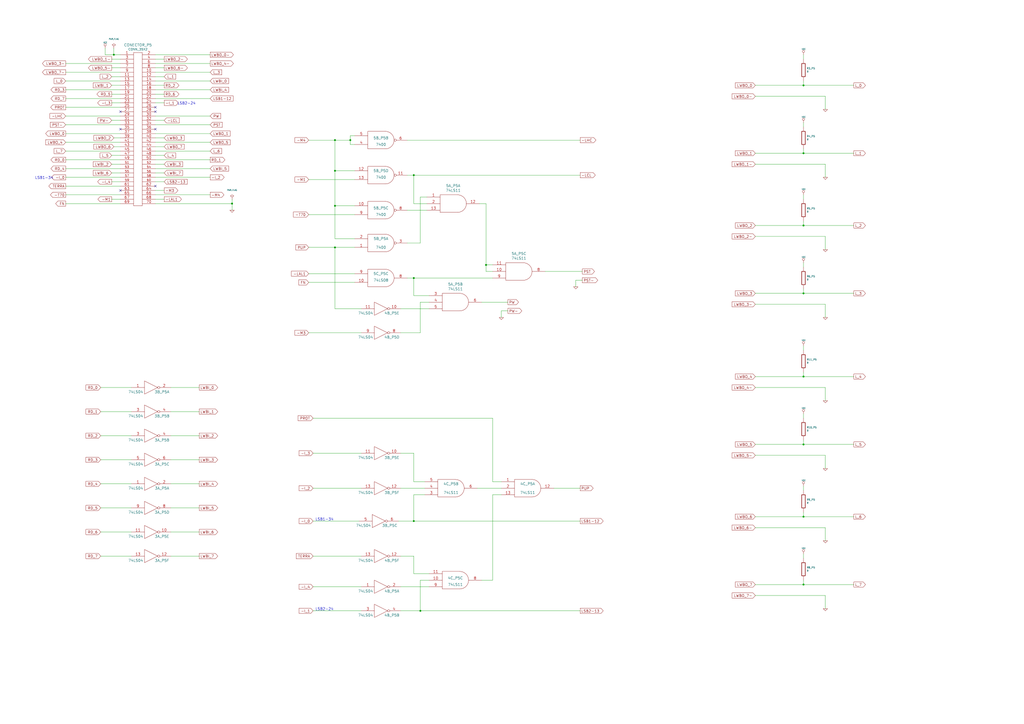
<source format=kicad_sch>
(kicad_sch (version 20250114) (generator "eeschema") (generator_version "9.0")
  (paper "A2")
  (title_block (date "2 aug 2016"))
  (text "LSB2-24" (at 102.87 60.96 0) (effects (font (size 1.524 1.524)) (justify left bottom)))
  (text "LSB1-34" (at 182.88 302.26 0) (effects (font (size 1.524 1.524)) (justify left bottom)))
  (text "LSB1-34" (at 20.32 104.14 0) (effects (font (size 1.524 1.524)) (justify left bottom)))
  (text "LSB2-24" (at 182.88 354.33 0) (effects (font (size 1.524 1.524)) (justify left bottom)))
  (junction (at 466.09 339.09))
  (junction (at 243.84 354.33))
  (junction (at 466.09 130.81))
  (junction (at 281.94 153.67))
  (junction (at 466.09 257.81))
  (junction (at 466.09 170.18))
  (junction (at 240.03 101.6))
  (junction (at 66.04 31.75))
  (junction (at 194.31 119.38))
  (junction (at 466.09 299.72))
  (junction (at 466.09 218.44))
  (junction (at 466.09 49.53))
  (junction (at 203.2 81.28))
  (junction (at 194.31 81.28))
  (junction (at 240.03 161.29))
  (junction (at 240.03 302.26))
  (junction (at 194.31 143.51))
  (junction (at 466.09 88.9))
  (junction (at 134.62 118.11))
  (junction (at 194.31 99.06))
  (no_connect (at 69.85 110.49))
  (no_connect (at 69.85 64.77))
  (no_connect (at 90.17 64.77))
  (no_connect (at 90.17 107.95))
  (no_connect (at 90.17 74.93))
  (no_connect (at 90.17 62.23))
  (no_connect (at 69.85 74.93))
  (wire (pts (xy 90.17 82.55) (xy 121.92 82.55)))
  (wire (pts (xy 95.25 69.85) (xy 90.17 69.85)))
  (wire (pts (xy 294.64 175.26) (xy 279.4 175.26)))
  (wire (pts (xy 95.25 115.57) (xy 90.17 115.57)))
  (wire (pts (xy 466.09 281.94) (xy 466.09 284.48)))
  (wire (pts (xy 247.65 121.92) (xy 236.22 121.92)))
  (wire (pts (xy 336.55 81.28) (xy 236.22 81.28)))
  (wire (pts (xy 276.86 283.21) (xy 290.83 283.21)))
  (wire (pts (xy 248.92 175.26) (xy 243.84 175.26)))
  (wire (pts (xy 279.4 336.55) (xy 285.75 336.55)))
  (wire (pts (xy 38.1 36.83) (xy 69.85 36.83)))
  (wire (pts (xy 438.15 306.07) (xy 478.79 306.07)))
  (wire (pts (xy 438.15 257.81) (xy 466.09 257.81)))
  (wire (pts (xy 95.25 54.61) (xy 90.17 54.61)))
  (wire (pts (xy 466.09 46.99) (xy 466.09 49.53)))
  (wire (pts (xy 58.42 322.58) (xy 76.2 322.58)))
  (wire (pts (xy 281.94 153.67) (xy 281.94 157.48)))
  (wire (pts (xy 466.09 170.18) (xy 495.3 170.18)))
  (wire (pts (xy 121.92 97.79) (xy 90.17 97.79)))
  (wire (pts (xy 281.94 153.67) (xy 285.75 153.67)))
  (wire (pts (xy 181.61 322.58) (xy 209.55 322.58)))
  (wire (pts (xy 466.09 200.66) (xy 466.09 203.2)))
  (wire (pts (xy 438.15 95.25) (xy 478.79 95.25)))
  (wire (pts (xy 240.03 161.29) (xy 285.75 161.29)))
  (wire (pts (xy 240.03 332.74) (xy 248.92 332.74)))
  (wire (pts (xy 232.41 179.07) (xy 248.92 179.07)))
  (wire (pts (xy 69.85 105.41) (xy 64.77 105.41)))
  (wire (pts (xy 179.07 158.75) (xy 205.74 158.75)))
  (wire (pts (xy 466.09 49.53) (xy 495.3 49.53)))
  (wire (pts (xy 438.15 299.72) (xy 466.09 299.72)))
  (wire (pts (xy 58.42 252.73) (xy 76.2 252.73)))
  (wire (pts (xy 134.62 118.11) (xy 134.62 121.92)))
  (wire (pts (xy 243.84 354.33) (xy 336.55 354.33)))
  (wire (pts (xy 121.92 72.39) (xy 90.17 72.39)))
  (wire (pts (xy 66.04 85.09) (xy 69.85 85.09)))
  (wire (pts (xy 438.15 339.09) (xy 466.09 339.09)))
  (wire (pts (xy 290.83 180.34) (xy 290.83 184.15)))
  (wire (pts (xy 38.1 92.71) (xy 69.85 92.71)))
  (wire (pts (xy 99.06 322.58) (xy 115.57 322.58)))
  (wire (pts (xy 121.92 87.63) (xy 90.17 87.63)))
  (wire (pts (xy 478.79 176.53) (xy 478.79 184.15)))
  (wire (pts (xy 203.2 83.82) (xy 205.74 83.82)))
  (wire (pts (xy 179.07 81.28) (xy 194.31 81.28)))
  (wire (pts (xy 334.01 162.56) (xy 334.01 166.37)))
  (wire (pts (xy 278.13 118.11) (xy 281.94 118.11)))
  (wire (pts (xy 466.09 336.55) (xy 466.09 339.09)))
  (wire (pts (xy 181.61 340.36) (xy 209.55 340.36)))
  (wire (pts (xy 466.09 297.18) (xy 466.09 299.72)))
  (wire (pts (xy 203.2 78.74) (xy 203.2 81.28)))
  (wire (pts (xy 181.61 283.21) (xy 209.55 283.21)))
  (wire (pts (xy 236.22 161.29) (xy 240.03 161.29)))
  (wire (pts (xy 99.06 238.76) (xy 115.57 238.76)))
  (wire (pts (xy 90.17 118.11) (xy 134.62 118.11)))
  (wire (pts (xy 64.77 90.17) (xy 69.85 90.17)))
  (wire (pts (xy 236.22 101.6) (xy 240.03 101.6)))
  (wire (pts (xy 232.41 322.58) (xy 240.03 322.58)))
  (wire (pts (xy 247.65 118.11) (xy 240.03 118.11)))
  (wire (pts (xy 99.06 280.67) (xy 115.57 280.67)))
  (wire (pts (xy 64.77 44.45) (xy 69.85 44.45)))
  (wire (pts (xy 466.09 167.64) (xy 466.09 170.18)))
  (wire (pts (xy 95.25 39.37) (xy 90.17 39.37)))
  (wire (pts (xy 466.09 255.27) (xy 466.09 257.81)))
  (wire (pts (xy 246.38 283.21) (xy 232.41 283.21)))
  (wire (pts (xy 58.42 308.61) (xy 76.2 308.61)))
  (wire (pts (xy 95.25 95.25) (xy 90.17 95.25)))
  (wire (pts (xy 243.84 193.04) (xy 232.41 193.04)))
  (wire (pts (xy 466.09 88.9) (xy 495.3 88.9)))
  (wire (pts (xy 179.07 124.46) (xy 205.74 124.46)))
  (wire (pts (xy 121.92 67.31) (xy 90.17 67.31)))
  (wire (pts (xy 438.15 218.44) (xy 466.09 218.44)))
  (wire (pts (xy 337.82 157.48) (xy 316.23 157.48)))
  (wire (pts (xy 285.75 279.4) (xy 290.83 279.4)))
  (wire (pts (xy 240.03 101.6) (xy 336.55 101.6)))
  (wire (pts (xy 478.79 137.16) (xy 478.79 144.78)))
  (wire (pts (xy 438.15 55.88) (xy 478.79 55.88)))
  (wire (pts (xy 478.79 264.16) (xy 478.79 271.78)))
  (wire (pts (xy 95.25 34.29) (xy 90.17 34.29)))
  (wire (pts (xy 179.07 163.83) (xy 205.74 163.83)))
  (wire (pts (xy 194.31 143.51) (xy 205.74 143.51)))
  (wire (pts (xy 66.04 31.75) (xy 69.85 31.75)))
  (wire (pts (xy 466.09 218.44) (xy 495.3 218.44)))
  (wire (pts (xy 248.92 336.55) (xy 243.84 336.55)))
  (wire (pts (xy 121.92 102.87) (xy 90.17 102.87)))
  (wire (pts (xy 121.92 57.15) (xy 90.17 57.15)))
  (wire (pts (xy 438.15 224.79) (xy 478.79 224.79)))
  (wire (pts (xy 438.15 176.53) (xy 478.79 176.53)))
  (wire (pts (xy 194.31 99.06) (xy 194.31 119.38)))
  (wire (pts (xy 243.84 175.26) (xy 243.84 193.04)))
  (wire (pts (xy 121.92 113.03) (xy 90.17 113.03)))
  (wire (pts (xy 194.31 81.28) (xy 203.2 81.28)))
  (wire (pts (xy 194.31 138.43) (xy 205.74 138.43)))
  (wire (pts (xy 466.09 86.36) (xy 466.09 88.9)))
  (wire (pts (xy 38.1 52.07) (xy 69.85 52.07)))
  (wire (pts (xy 179.07 143.51) (xy 194.31 143.51)))
  (wire (pts (xy 121.92 31.75) (xy 90.17 31.75)))
  (wire (pts (xy 466.09 152.4) (xy 466.09 154.94)))
  (wire (pts (xy 38.1 97.79) (xy 69.85 97.79)))
  (wire (pts (xy 466.09 240.03) (xy 466.09 242.57)))
  (wire (pts (xy 466.09 113.03) (xy 466.09 115.57)))
  (wire (pts (xy 38.1 87.63) (xy 69.85 87.63)))
  (wire (pts (xy 281.94 157.48) (xy 285.75 157.48)))
  (wire (pts (xy 466.09 215.9) (xy 466.09 218.44)))
  (wire (pts (xy 99.06 308.61) (xy 115.57 308.61)))
  (wire (pts (xy 64.77 95.25) (xy 69.85 95.25)))
  (wire (pts (xy 478.79 55.88) (xy 478.79 63.5)))
  (wire (pts (xy 64.77 34.29) (xy 69.85 34.29)))
  (wire (pts (xy 38.1 118.11) (xy 69.85 118.11)))
  (wire (pts (xy 58.42 280.67) (xy 76.2 280.67)))
  (wire (pts (xy 466.09 257.81) (xy 495.3 257.81)))
  (wire (pts (xy 69.85 100.33) (xy 64.77 100.33)))
  (wire (pts (xy 38.1 41.91) (xy 69.85 41.91)))
  (wire (pts (xy 90.17 77.47) (xy 121.92 77.47)))
  (wire (pts (xy 466.09 31.75) (xy 466.09 34.29)))
  (wire (pts (xy 232.41 354.33) (xy 243.84 354.33)))
  (wire (pts (xy 243.84 336.55) (xy 243.84 354.33)))
  (wire (pts (xy 58.42 294.64) (xy 76.2 294.64)))
  (wire (pts (xy 438.15 137.16) (xy 478.79 137.16)))
  (wire (pts (xy 181.61 302.26) (xy 208.28 302.26)))
  (wire (pts (xy 240.03 322.58) (xy 240.03 332.74)))
  (wire (pts (xy 294.64 180.34) (xy 290.83 180.34)))
  (wire (pts (xy 38.1 107.95) (xy 69.85 107.95)))
  (wire (pts (xy 121.92 36.83) (xy 90.17 36.83)))
  (wire (pts (xy 438.15 88.9) (xy 466.09 88.9)))
  (wire (pts (xy 66.04 80.01) (xy 69.85 80.01)))
  (wire (pts (xy 194.31 179.07) (xy 194.31 143.51)))
  (wire (pts (xy 64.77 59.69) (xy 69.85 59.69)))
  (wire (pts (xy 466.09 71.12) (xy 466.09 73.66)))
  (wire (pts (xy 194.31 99.06) (xy 205.74 99.06)))
  (wire (pts (xy 95.25 90.17) (xy 90.17 90.17)))
  (wire (pts (xy 99.06 266.7) (xy 115.57 266.7)))
  (wire (pts (xy 134.62 115.57) (xy 134.62 118.11)))
  (wire (pts (xy 38.1 62.23) (xy 69.85 62.23)))
  (wire (pts (xy 99.06 224.79) (xy 115.57 224.79)))
  (wire (pts (xy 38.1 113.03) (xy 69.85 113.03)))
  (wire (pts (xy 478.79 306.07) (xy 478.79 313.69)))
  (wire (pts (xy 438.15 170.18) (xy 466.09 170.18)))
  (wire (pts (xy 95.25 100.33) (xy 90.17 100.33)))
  (wire (pts (xy 194.31 119.38) (xy 194.31 138.43)))
  (wire (pts (xy 38.1 77.47) (xy 69.85 77.47)))
  (wire (pts (xy 438.15 345.44) (xy 478.79 345.44)))
  (wire (pts (xy 58.42 224.79) (xy 76.2 224.79)))
  (wire (pts (xy 121.92 52.07) (xy 90.17 52.07)))
  (wire (pts (xy 69.85 82.55) (xy 38.1 82.55)))
  (wire (pts (xy 478.79 345.44) (xy 478.79 353.06)))
  (wire (pts (xy 90.17 110.49) (xy 95.25 110.49)))
  (wire (pts (xy 194.31 81.28) (xy 194.31 99.06)))
  (wire (pts (xy 466.09 128.27) (xy 466.09 130.81)))
  (wire (pts (xy 243.84 114.3) (xy 247.65 114.3)))
  (wire (pts (xy 38.1 67.31) (xy 69.85 67.31)))
  (wire (pts (xy 38.1 102.87) (xy 69.85 102.87)))
  (wire (pts (xy 246.38 287.02) (xy 240.03 287.02)))
  (wire (pts (xy 240.03 302.26) (xy 336.55 302.26)))
  (wire (pts (xy 99.06 252.73) (xy 115.57 252.73)))
  (wire (pts (xy 240.03 171.45) (xy 248.92 171.45)))
  (wire (pts (xy 478.79 224.79) (xy 478.79 232.41)))
  (wire (pts (xy 181.61 242.57) (xy 285.75 242.57)))
  (wire (pts (xy 58.42 238.76) (xy 76.2 238.76)))
  (wire (pts (xy 466.09 130.81) (xy 495.3 130.81)))
  (wire (pts (xy 281.94 118.11) (xy 281.94 153.67)))
  (wire (pts (xy 99.06 294.64) (xy 115.57 294.64)))
  (wire (pts (xy 438.15 130.81) (xy 466.09 130.81)))
  (wire (pts (xy 181.61 354.33) (xy 209.55 354.33)))
  (wire (pts (xy 466.09 339.09) (xy 495.3 339.09)))
  (wire (pts (xy 438.15 264.16) (xy 478.79 264.16)))
  (wire (pts (xy 236.22 140.97) (xy 243.84 140.97)))
  (wire (pts (xy 58.42 266.7) (xy 76.2 266.7)))
  (wire (pts (xy 285.75 242.57) (xy 285.75 279.4)))
  (wire (pts (xy 179.07 193.04) (xy 209.55 193.04)))
  (wire (pts (xy 95.25 105.41) (xy 90.17 105.41)))
  (wire (pts (xy 95.25 49.53) (xy 90.17 49.53)))
  (wire (pts (xy 121.92 92.71) (xy 90.17 92.71)))
  (wire (pts (xy 60.96 31.75) (xy 66.04 31.75)))
  (wire (pts (xy 209.55 179.07) (xy 194.31 179.07)))
  (wire (pts (xy 64.77 39.37) (xy 69.85 39.37)))
  (wire (pts (xy 232.41 262.89) (xy 240.03 262.89)))
  (wire (pts (xy 240.03 287.02) (xy 240.03 302.26)))
  (wire (pts (xy 179.07 104.14) (xy 205.74 104.14)))
  (wire (pts (xy 181.61 262.89) (xy 209.55 262.89)))
  (wire (pts (xy 240.03 279.4) (xy 246.38 279.4)))
  (wire (pts (xy 64.77 49.53) (xy 69.85 49.53)))
  (wire (pts (xy 66.04 31.75) (xy 66.04 27.94)))
  (wire (pts (xy 60.96 31.75) (xy 60.96 27.94)))
  (wire (pts (xy 337.82 162.56) (xy 334.01 162.56)))
  (wire (pts (xy 95.25 80.01) (xy 90.17 80.01)))
  (wire (pts (xy 231.14 302.26) (xy 240.03 302.26)))
  (wire (pts (xy 243.84 140.97) (xy 243.84 114.3)))
  (wire (pts (xy 64.77 54.61) (xy 69.85 54.61)))
  (wire (pts (xy 64.77 115.57) (xy 69.85 115.57)))
  (wire (pts (xy 64.77 69.85) (xy 69.85 69.85)))
  (wire (pts (xy 285.75 287.02) (xy 290.83 287.02)))
  (wire (pts (xy 285.75 336.55) (xy 285.75 287.02)))
  (wire (pts (xy 205.74 78.74) (xy 203.2 78.74)))
  (wire (pts (xy 438.15 49.53) (xy 466.09 49.53)))
  (wire (pts (xy 240.03 118.11) (xy 240.03 101.6)))
  (wire (pts (xy 240.03 262.89) (xy 240.03 279.4)))
  (wire (pts (xy 121.92 41.91) (xy 90.17 41.91)))
  (wire (pts (xy 466.09 299.72) (xy 495.3 299.72)))
  (wire (pts (xy 466.09 321.31) (xy 466.09 323.85)))
  (wire (pts (xy 232.41 340.36) (xy 248.92 340.36)))
  (wire (pts (xy 38.1 57.15) (xy 69.85 57.15)))
  (wire (pts (xy 38.1 46.99) (xy 69.85 46.99)))
  (wire (pts (xy 203.2 81.28) (xy 203.2 83.82)))
  (wire (pts (xy 121.92 46.99) (xy 90.17 46.99)))
  (wire (pts (xy 95.25 85.09) (xy 90.17 85.09)))
  (wire (pts (xy 240.03 161.29) (xy 240.03 171.45)))
  (wire (pts (xy 336.55 283.21) (xy 321.31 283.21)))
  (wire (pts (xy 194.31 119.38) (xy 205.74 119.38)))
  (wire (pts (xy 95.25 44.45) (xy 90.17 44.45)))
  (wire (pts (xy 38.1 72.39) (xy 69.85 72.39)))
  (wire (pts (xy 478.79 95.25) (xy 478.79 102.87)))
  (wire (pts (xy 95.25 59.69) (xy 90.17 59.69)))
  (global_label "LWBO_4" (shape input) (at 438.15 218.44 180) (effects (font (size 1.524 1.524))) (property "Intersheetrefs" "${INTERSHEET_REFS}" (effects (hide yes))))
  (global_label "LWBI_5" (shape output) (at 115.57 294.64 0) (effects (font (size 1.524 1.524))) (property "Intersheetrefs" "${INTERSHEET_REFS}" (effects (hide yes))))
  (global_label "RD_0" (shape output) (at 38.1 92.71 180) (effects (font (size 1.524 1.524))) (property "Intersheetrefs" "${INTERSHEET_REFS}" (effects (hide yes))))
  (global_label "PROT" (shape output) (at 38.1 62.23 180) (effects (font (size 1.524 1.524))) (property "Intersheetrefs" "${INTERSHEET_REFS}" (effects (hide yes))))
  (global_label "PST-" (shape output) (at 337.82 162.56 0) (effects (font (size 1.524 1.524))) (property "Intersheetrefs" "${INTERSHEET_REFS}" (effects (hide yes))))
  (global_label "LWBO_2-" (shape output) (at 95.25 34.29 0) (effects (font (size 1.524 1.524))) (property "Intersheetrefs" "${INTERSHEET_REFS}" (effects (hide yes))))
  (global_label "L_3" (shape output) (at 495.3 170.18 0) (effects (font (size 1.524 1.524))) (property "Intersheetrefs" "${INTERSHEET_REFS}" (effects (hide yes))))
  (global_label "L_1" (shape input) (at 95.25 44.45 0) (effects (font (size 1.524 1.524))) (property "Intersheetrefs" "${INTERSHEET_REFS}" (effects (hide yes))))
  (global_label "LWBI_2" (shape input) (at 64.77 95.25 180) (effects (font (size 1.524 1.524))) (property "Intersheetrefs" "${INTERSHEET_REFS}" (effects (hide yes))))
  (global_label "-I_2" (shape input) (at 181.61 283.21 180) (effects (font (size 1.524 1.524))) (property "Intersheetrefs" "${INTERSHEET_REFS}" (effects (hide yes))))
  (global_label "L_6" (shape output) (at 495.3 299.72 0) (effects (font (size 1.524 1.524))) (property "Intersheetrefs" "${INTERSHEET_REFS}" (effects (hide yes))))
  (global_label "-M3" (shape output) (at 95.25 110.49 0) (effects (font (size 1.524 1.524))) (property "Intersheetrefs" "${INTERSHEET_REFS}" (effects (hide yes))))
  (global_label "LSB2-13" (shape output) (at 336.55 354.33 0) (effects (font (size 1.524 1.524))) (property "Intersheetrefs" "${INTERSHEET_REFS}" (effects (hide yes))))
  (global_label "PW-" (shape output) (at 294.64 180.34 0) (effects (font (size 1.524 1.524))) (property "Intersheetrefs" "${INTERSHEET_REFS}" (effects (hide yes))))
  (global_label "-M3" (shape input) (at 179.07 193.04 180) (effects (font (size 1.524 1.524))) (property "Intersheetrefs" "${INTERSHEET_REFS}" (effects (hide yes))))
  (global_label "RD_7" (shape input) (at 58.42 322.58 180) (effects (font (size 1.524 1.524))) (property "Intersheetrefs" "${INTERSHEET_REFS}" (effects (hide yes))))
  (global_label "LWBO_2" (shape input) (at 438.15 130.81 180) (effects (font (size 1.524 1.524))) (property "Intersheetrefs" "${INTERSHEET_REFS}" (effects (hide yes))))
  (global_label "RD_4" (shape output) (at 38.1 97.79 180) (effects (font (size 1.524 1.524))) (property "Intersheetrefs" "${INTERSHEET_REFS}" (effects (hide yes))))
  (global_label "-LAL1" (shape output) (at 95.25 115.57 0) (effects (font (size 1.524 1.524))) (property "Intersheetrefs" "${INTERSHEET_REFS}" (effects (hide yes))))
  (global_label "PST" (shape output) (at 337.82 157.48 0) (effects (font (size 1.524 1.524))) (property "Intersheetrefs" "${INTERSHEET_REFS}" (effects (hide yes))))
  (global_label "FN" (shape input) (at 179.07 163.83 180) (effects (font (size 1.524 1.524))) (property "Intersheetrefs" "${INTERSHEET_REFS}" (effects (hide yes))))
  (global_label "-I_2" (shape output) (at 121.92 102.87 0) (effects (font (size 1.524 1.524))) (property "Intersheetrefs" "${INTERSHEET_REFS}" (effects (hide yes))))
  (global_label "PW" (shape output) (at 294.64 175.26 0) (effects (font (size 1.524 1.524))) (property "Intersheetrefs" "${INTERSHEET_REFS}" (effects (hide yes))))
  (global_label "LWBO_0-" (shape output) (at 121.92 31.75 0) (effects (font (size 1.524 1.524))) (property "Intersheetrefs" "${INTERSHEET_REFS}" (effects (hide yes))))
  (global_label "-LHC" (shape input) (at 38.1 67.31 180) (effects (font (size 1.524 1.524))) (property "Intersheetrefs" "${INTERSHEET_REFS}" (effects (hide yes))))
  (global_label "L_2" (shape input) (at 64.77 44.45 180) (effects (font (size 1.524 1.524))) (property "Intersheetrefs" "${INTERSHEET_REFS}" (effects (hide yes))))
  (global_label "LWBO_6" (shape input) (at 66.04 85.09 180) (effects (font (size 1.524 1.524))) (property "Intersheetrefs" "${INTERSHEET_REFS}" (effects (hide yes))))
  (global_label "PW" (shape input) (at 121.92 67.31 0) (effects (font (size 1.524 1.524))) (property "Intersheetrefs" "${INTERSHEET_REFS}" (effects (hide yes))))
  (global_label "L_7" (shape output) (at 495.3 339.09 0) (effects (font (size 1.524 1.524))) (property "Intersheetrefs" "${INTERSHEET_REFS}" (effects (hide yes))))
  (global_label "LWBO_3-" (shape input) (at 438.15 176.53 180) (effects (font (size 1.524 1.524))) (property "Intersheetrefs" "${INTERSHEET_REFS}" (effects (hide yes))))
  (global_label "RD_1" (shape output) (at 121.92 92.71 0) (effects (font (size 1.524 1.524))) (property "Intersheetrefs" "${INTERSHEET_REFS}" (effects (hide yes))))
  (global_label "LWBO_6" (shape input) (at 438.15 299.72 180) (effects (font (size 1.524 1.524))) (property "Intersheetrefs" "${INTERSHEET_REFS}" (effects (hide yes))))
  (global_label "LWBO_5" (shape input) (at 438.15 257.81 180) (effects (font (size 1.524 1.524))) (property "Intersheetrefs" "${INTERSHEET_REFS}" (effects (hide yes))))
  (global_label "L_2" (shape output) (at 495.3 130.81 0) (effects (font (size 1.524 1.524))) (property "Intersheetrefs" "${INTERSHEET_REFS}" (effects (hide yes))))
  (global_label "L_1" (shape output) (at 495.3 88.9 0) (effects (font (size 1.524 1.524))) (property "Intersheetrefs" "${INTERSHEET_REFS}" (effects (hide yes))))
  (global_label "LWBI_7" (shape output) (at 115.57 322.58 0) (effects (font (size 1.524 1.524))) (property "Intersheetrefs" "${INTERSHEET_REFS}" (effects (hide yes))))
  (global_label "L_5" (shape output) (at 495.3 257.81 0) (effects (font (size 1.524 1.524))) (property "Intersheetrefs" "${INTERSHEET_REFS}" (effects (hide yes))))
  (global_label "L_0" (shape output) (at 495.3 49.53 0) (effects (font (size 1.524 1.524))) (property "Intersheetrefs" "${INTERSHEET_REFS}" (effects (hide yes))))
  (global_label "-I_1" (shape input) (at 181.61 354.33 180) (effects (font (size 1.524 1.524))) (property "Intersheetrefs" "${INTERSHEET_REFS}" (effects (hide yes))))
  (global_label "RD_4" (shape input) (at 58.42 280.67 180) (effects (font (size 1.524 1.524))) (property "Intersheetrefs" "${INTERSHEET_REFS}" (effects (hide yes))))
  (global_label "-M4" (shape output) (at 121.92 113.03 0) (effects (font (size 1.524 1.524))) (property "Intersheetrefs" "${INTERSHEET_REFS}" (effects (hide yes))))
  (global_label "-I_0" (shape input) (at 181.61 302.26 180) (effects (font (size 1.524 1.524))) (property "Intersheetrefs" "${INTERSHEET_REFS}" (effects (hide yes))))
  (global_label "LWBO_2" (shape input) (at 66.04 80.01 180) (effects (font (size 1.524 1.524))) (property "Intersheetrefs" "${INTERSHEET_REFS}" (effects (hide yes))))
  (global_label "-I_3" (shape input) (at 181.61 262.89 180) (effects (font (size 1.524 1.524))) (property "Intersheetrefs" "${INTERSHEET_REFS}" (effects (hide yes))))
  (global_label "PST-" (shape input) (at 38.1 72.39 180) (effects (font (size 1.524 1.524))) (property "Intersheetrefs" "${INTERSHEET_REFS}" (effects (hide yes))))
  (global_label "-T70" (shape output) (at 38.1 113.03 180) (effects (font (size 1.524 1.524))) (property "Intersheetrefs" "${INTERSHEET_REFS}" (effects (hide yes))))
  (global_label "-M1" (shape input) (at 179.07 104.14 180) (effects (font (size 1.524 1.524))) (property "Intersheetrefs" "${INTERSHEET_REFS}" (effects (hide yes))))
  (global_label "LWBI_1" (shape output) (at 115.57 238.76 0) (effects (font (size 1.524 1.524))) (property "Intersheetrefs" "${INTERSHEET_REFS}" (effects (hide yes))))
  (global_label "RD_3" (shape output) (at 38.1 52.07 180) (effects (font (size 1.524 1.524))) (property "Intersheetrefs" "${INTERSHEET_REFS}" (effects (hide yes))))
  (global_label "LWBO_5" (shape input) (at 121.92 82.55 0) (effects (font (size 1.524 1.524))) (property "Intersheetrefs" "${INTERSHEET_REFS}" (effects (hide yes))))
  (global_label "L_0" (shape input) (at 38.1 46.99 180) (effects (font (size 1.524 1.524))) (property "Intersheetrefs" "${INTERSHEET_REFS}" (effects (hide yes))))
  (global_label "LWBO_1" (shape input) (at 121.92 77.47 0) (effects (font (size 1.524 1.524))) (property "Intersheetrefs" "${INTERSHEET_REFS}" (effects (hide yes))))
  (global_label "-I_3" (shape output) (at 64.77 59.69 180) (effects (font (size 1.524 1.524))) (property "Intersheetrefs" "${INTERSHEET_REFS}" (effects (hide yes))))
  (global_label "LWBI_3" (shape output) (at 115.57 266.7 0) (effects (font (size 1.524 1.524))) (property "Intersheetrefs" "${INTERSHEET_REFS}" (effects (hide yes))))
  (global_label "LWBO_3-" (shape output) (at 38.1 36.83 180) (effects (font (size 1.524 1.524))) (property "Intersheetrefs" "${INTERSHEET_REFS}" (effects (hide yes))))
  (global_label "LWBI_0" (shape input) (at 121.92 46.99 0) (effects (font (size 1.524 1.524))) (property "Intersheetrefs" "${INTERSHEET_REFS}" (effects (hide yes))))
  (global_label "RD_3" (shape input) (at 58.42 266.7 180) (effects (font (size 1.524 1.524))) (property "Intersheetrefs" "${INTERSHEET_REFS}" (effects (hide yes))))
  (global_label "-M4" (shape input) (at 179.07 81.28 180) (effects (font (size 1.524 1.524))) (property "Intersheetrefs" "${INTERSHEET_REFS}" (effects (hide yes))))
  (global_label "LSB2-13" (shape input) (at 95.25 105.41 0) (effects (font (size 1.524 1.524))) (property "Intersheetrefs" "${INTERSHEET_REFS}" (effects (hide yes))))
  (global_label "LWBO_1" (shape input) (at 438.15 88.9 180) (effects (font (size 1.524 1.524))) (property "Intersheetrefs" "${INTERSHEET_REFS}" (effects (hide yes))))
  (global_label "LWBI_5" (shape input) (at 121.92 97.79 0) (effects (font (size 1.524 1.524))) (property "Intersheetrefs" "${INTERSHEET_REFS}" (effects (hide yes))))
  (global_label "-I_1" (shape output) (at 95.25 59.69 0) (effects (font (size 1.524 1.524))) (property "Intersheetrefs" "${INTERSHEET_REFS}" (effects (hide yes))))
  (global_label "LWBO_0" (shape input) (at 438.15 49.53 180) (effects (font (size 1.524 1.524))) (property "Intersheetrefs" "${INTERSHEET_REFS}" (effects (hide yes))))
  (global_label "LSB1-12" (shape output) (at 336.55 302.26 0) (effects (font (size 1.524 1.524))) (property "Intersheetrefs" "${INTERSHEET_REFS}" (effects (hide yes))))
  (global_label "-LCL" (shape input) (at 95.25 69.85 0) (effects (font (size 1.524 1.524))) (property "Intersheetrefs" "${INTERSHEET_REFS}" (effects (hide yes))))
  (global_label "PUP" (shape output) (at 336.55 283.21 0) (effects (font (size 1.524 1.524))) (property "Intersheetrefs" "${INTERSHEET_REFS}" (effects (hide yes))))
  (global_label "PROT" (shape input) (at 181.61 242.57 180) (effects (font (size 1.524 1.524))) (property "Intersheetrefs" "${INTERSHEET_REFS}" (effects (hide yes))))
  (global_label "L_3" (shape input) (at 121.92 41.91 0) (effects (font (size 1.524 1.524))) (property "Intersheetrefs" "${INTERSHEET_REFS}" (effects (hide yes))))
  (global_label "LWBO_7" (shape input) (at 95.25 85.09 0) (effects (font (size 1.524 1.524))) (property "Intersheetrefs" "${INTERSHEET_REFS}" (effects (hide yes))))
  (global_label "RD_5" (shape output) (at 64.77 54.61 180) (effects (font (size 1.524 1.524))) (property "Intersheetrefs" "${INTERSHEET_REFS}" (effects (hide yes))))
  (global_label "-I_0" (shape output) (at 38.1 102.87 180) (effects (font (size 1.524 1.524))) (property "Intersheetrefs" "${INTERSHEET_REFS}" (effects (hide yes))))
  (global_label "LSB1-12" (shape input) (at 121.92 57.15 0) (effects (font (size 1.524 1.524))) (property "Intersheetrefs" "${INTERSHEET_REFS}" (effects (hide yes))))
  (global_label "RD_5" (shape input) (at 58.42 294.64 180) (effects (font (size 1.524 1.524))) (property "Intersheetrefs" "${INTERSHEET_REFS}" (effects (hide yes))))
  (global_label "RD_1" (shape input) (at 58.42 238.76 180) (effects (font (size 1.524 1.524))) (property "Intersheetrefs" "${INTERSHEET_REFS}" (effects (hide yes))))
  (global_label "L_4" (shape output) (at 495.3 218.44 0) (effects (font (size 1.524 1.524))) (property "Intersheetrefs" "${INTERSHEET_REFS}" (effects (hide yes))))
  (global_label "LWBO_5-" (shape input) (at 438.15 264.16 180) (effects (font (size 1.524 1.524))) (property "Intersheetrefs" "${INTERSHEET_REFS}" (effects (hide yes))))
  (global_label "LWBI_4" (shape input) (at 121.92 52.07 0) (effects (font (size 1.524 1.524))) (property "Intersheetrefs" "${INTERSHEET_REFS}" (effects (hide yes))))
  (global_label "TERRA" (shape input) (at 181.61 322.58 180) (effects (font (size 1.524 1.524))) (property "Intersheetrefs" "${INTERSHEET_REFS}" (effects (hide yes))))
  (global_label "LWBO_1-" (shape input) (at 438.15 95.25 180) (effects (font (size 1.524 1.524))) (property "Intersheetrefs" "${INTERSHEET_REFS}" (effects (hide yes))))
  (global_label "RD_7" (shape output) (at 38.1 57.15 180) (effects (font (size 1.524 1.524))) (property "Intersheetrefs" "${INTERSHEET_REFS}" (effects (hide yes))))
  (global_label "LWBI_6" (shape input) (at 64.77 100.33 180) (effects (font (size 1.524 1.524))) (property "Intersheetrefs" "${INTERSHEET_REFS}" (effects (hide yes))))
  (global_label "LWBO_5-" (shape output) (at 64.77 39.37 180) (effects (font (size 1.524 1.524))) (property "Intersheetrefs" "${INTERSHEET_REFS}" (effects (hide yes))))
  (global_label "-T70" (shape input) (at 179.07 124.46 180) (effects (font (size 1.524 1.524))) (property "Intersheetrefs" "${INTERSHEET_REFS}" (effects (hide yes))))
  (global_label "LWBI_6" (shape output) (at 115.57 308.61 0) (effects (font (size 1.524 1.524))) (property "Intersheetrefs" "${INTERSHEET_REFS}" (effects (hide yes))))
  (global_label "-LAL1" (shape input) (at 179.07 158.75 180) (effects (font (size 1.524 1.524))) (property "Intersheetrefs" "${INTERSHEET_REFS}" (effects (hide yes))))
  (global_label "-I_4" (shape output) (at 64.77 105.41 180) (effects (font (size 1.524 1.524))) (property "Intersheetrefs" "${INTERSHEET_REFS}" (effects (hide yes))))
  (global_label "LWBO_6-" (shape input) (at 438.15 306.07 180) (effects (font (size 1.524 1.524))) (property "Intersheetrefs" "${INTERSHEET_REFS}" (effects (hide yes))))
  (global_label "LWBI_1" (shape input) (at 64.77 49.53 180) (effects (font (size 1.524 1.524))) (property "Intersheetrefs" "${INTERSHEET_REFS}" (effects (hide yes))))
  (global_label "RD_2" (shape input) (at 58.42 252.73 180) (effects (font (size 1.524 1.524))) (property "Intersheetrefs" "${INTERSHEET_REFS}" (effects (hide yes))))
  (global_label "PW-" (shape input) (at 64.77 69.85 180) (effects (font (size 1.524 1.524))) (property "Intersheetrefs" "${INTERSHEET_REFS}" (effects (hide yes))))
  (global_label "LWBO_4" (shape input) (at 38.1 82.55 180) (effects (font (size 1.524 1.524))) (property "Intersheetrefs" "${INTERSHEET_REFS}" (effects (hide yes))))
  (global_label "LWBO_4-" (shape input) (at 438.15 224.79 180) (effects (font (size 1.524 1.524))) (property "Intersheetrefs" "${INTERSHEET_REFS}" (effects (hide yes))))
  (global_label "L_5" (shape input) (at 64.77 90.17 180) (effects (font (size 1.524 1.524))) (property "Intersheetrefs" "${INTERSHEET_REFS}" (effects (hide yes))))
  (global_label "LWBI_7" (shape input) (at 95.25 100.33 0) (effects (font (size 1.524 1.524))) (property "Intersheetrefs" "${INTERSHEET_REFS}" (effects (hide yes))))
  (global_label "LWBO_1-" (shape output) (at 64.77 34.29 180) (effects (font (size 1.524 1.524))) (property "Intersheetrefs" "${INTERSHEET_REFS}" (effects (hide yes))))
  (global_label "LWBO_0-" (shape input) (at 438.15 55.88 180) (effects (font (size 1.524 1.524))) (property "Intersheetrefs" "${INTERSHEET_REFS}" (effects (hide yes))))
  (global_label "PUP" (shape input) (at 179.07 143.51 180) (effects (font (size 1.524 1.524))) (property "Intersheetrefs" "${INTERSHEET_REFS}" (effects (hide yes))))
  (global_label "LWBO_4-" (shape output) (at 121.92 36.83 0) (effects (font (size 1.524 1.524))) (property "Intersheetrefs" "${INTERSHEET_REFS}" (effects (hide yes))))
  (global_label "-M1" (shape output) (at 64.77 115.57 180) (effects (font (size 1.524 1.524))) (property "Intersheetrefs" "${INTERSHEET_REFS}" (effects (hide yes))))
  (global_label "L_4" (shape input) (at 95.25 90.17 0) (effects (font (size 1.524 1.524))) (property "Intersheetrefs" "${INTERSHEET_REFS}" (effects (hide yes))))
  (global_label "RD_6" (shape output) (at 95.25 54.61 0) (effects (font (size 1.524 1.524))) (property "Intersheetrefs" "${INTERSHEET_REFS}" (effects (hide yes))))
  (global_label "LWBO_0" (shape output) (at 38.1 77.47 180) (effects (font (size 1.524 1.524))) (property "Intersheetrefs" "${INTERSHEET_REFS}" (effects (hide yes))))
  (global_label "LWBO_7" (shape input) (at 438.15 339.09 180) (effects (font (size 1.524 1.524))) (property "Intersheetrefs" "${INTERSHEET_REFS}" (effects (hide yes))))
  (global_label "-I_4" (shape input) (at 181.61 340.36 180) (effects (font (size 1.524 1.524))) (property "Intersheetrefs" "${INTERSHEET_REFS}" (effects (hide yes))))
  (global_label "L_7" (shape input) (at 38.1 87.63 180) (effects (font (size 1.524 1.524))) (property "Intersheetrefs" "${INTERSHEET_REFS}" (effects (hide yes))))
  (global_label "TERRA" (shape output) (at 38.1 107.95 180) (effects (font (size 1.524 1.524))) (property "Intersheetrefs" "${INTERSHEET_REFS}" (effects (hide yes))))
  (global_label "LWBI_3" (shape input) (at 95.25 95.25 0) (effects (font (size 1.524 1.524))) (property "Intersheetrefs" "${INTERSHEET_REFS}" (effects (hide yes))))
  (global_label "LWBI_0" (shape output) (at 115.57 224.79 0) (effects (font (size 1.524 1.524))) (property "Intersheetrefs" "${INTERSHEET_REFS}" (effects (hide yes))))
  (global_label "LWBO_2-" (shape input) (at 438.15 137.16 180) (effects (font (size 1.524 1.524))) (property "Intersheetrefs" "${INTERSHEET_REFS}" (effects (hide yes))))
  (global_label "PST" (shape input) (at 121.92 72.39 0) (effects (font (size 1.524 1.524))) (property "Intersheetrefs" "${INTERSHEET_REFS}" (effects (hide yes))))
  (global_label "RD_0" (shape input) (at 58.42 224.79 180) (effects (font (size 1.524 1.524))) (property "Intersheetrefs" "${INTERSHEET_REFS}" (effects (hide yes))))
  (global_label "LWBO_6-" (shape output) (at 95.25 39.37 0) (effects (font (size 1.524 1.524))) (property "Intersheetrefs" "${INTERSHEET_REFS}" (effects (hide yes))))
  (global_label "-LHC" (shape output) (at 336.55 81.28 0) (effects (font (size 1.524 1.524))) (property "Intersheetrefs" "${INTERSHEET_REFS}" (effects (hide yes))))
  (global_label "RD_6" (shape input) (at 58.42 308.61 180) (effects (font (size 1.524 1.524))) (property "Intersheetrefs" "${INTERSHEET_REFS}" (effects (hide yes))))
  (global_label "RD_2" (shape output) (at 95.25 49.53 0) (effects (font (size 1.524 1.524))) (property "Intersheetrefs" "${INTERSHEET_REFS}" (effects (hide yes))))
  (global_label "LWBO_7-" (shape output) (at 38.1 41.91 180) (effects (font (size 1.524 1.524))) (property "Intersheetrefs" "${INTERSHEET_REFS}" (effects (hide yes))))
  (global_label "LWBO_7-" (shape input) (at 438.15 345.44 180) (effects (font (size 1.524 1.524))) (property "Intersheetrefs" "${INTERSHEET_REFS}" (effects (hide yes))))
  (global_label "FN" (shape output) (at 38.1 118.11 180) (effects (font (size 1.524 1.524))) (property "Intersheetrefs" "${INTERSHEET_REFS}" (effects (hide yes))))
  (global_label "LWBO_3" (shape input) (at 95.25 80.01 0) (effects (font (size 1.524 1.524))) (property "Intersheetrefs" "${INTERSHEET_REFS}" (effects (hide yes))))
  (global_label "L_6" (shape input) (at 121.92 87.63 0) (effects (font (size 1.524 1.524))) (property "Intersheetrefs" "${INTERSHEET_REFS}" (effects (hide yes))))
  (global_label "-LCL" (shape output) (at 336.55 101.6 0) (effects (font (size 1.524 1.524))) (property "Intersheetrefs" "${INTERSHEET_REFS}" (effects (hide yes))))
  (global_label "LWBI_4" (shape output) (at 115.57 280.67 0) (effects (font (size 1.524 1.524))) (property "Intersheetrefs" "${INTERSHEET_REFS}" (effects (hide yes))))
  (global_label "LWBO_3" (shape input) (at 438.15 170.18 180) (effects (font (size 1.524 1.524))) (property "Intersheetrefs" "${INTERSHEET_REFS}" (effects (hide yes))))
  (global_label "LWBI_2" (shape output) (at 115.57 252.73 0) (effects (font (size 1.524 1.524))) (property "Intersheetrefs" "${INTERSHEET_REFS}" (effects (hide yes))))
  (symbol (lib_id "FCM-7-rescue:CONN_35X2") (at 80.01 74.93 0) (unit 1)
    (property "Reference" "CONECTOR_P5" (at 80.01 26.1112 0) (effects (font (size 1.524 1.524))))
    (property "Value" "CONN_35X2" (at 80.01 28.6004 0))
  )
  (symbol (lib_id "FCM-7-rescue:74LS04") (at 87.63 238.76 0) (unit 2)
    (property "Reference" "3B_P5" (at 93.98 241.3 0) (effects (font (size 1.524 1.524))))
    (property "Value" "74LS04" (at 78.74 241.3 0) (effects (font (size 1.524 1.524))))
  )
  (symbol (lib_id "FCM-7-rescue:74LS04") (at 87.63 252.73 0) (unit 2)
    (property "Reference" "3A_P5" (at 93.98 255.27 0) (effects (font (size 1.524 1.524))))
    (property "Value" "74LS04" (at 78.74 255.27 0) (effects (font (size 1.524 1.524))))
  )
  (symbol (lib_id "FCM-7-rescue:74LS04") (at 87.63 266.7 0) (unit 3)
    (property "Reference" "3A_P5" (at 93.98 269.24 0) (effects (font (size 1.524 1.524))))
    (property "Value" "74LS04" (at 78.74 269.24 0) (effects (font (size 1.524 1.524))))
  )
  (symbol (lib_id "FCM-7-rescue:74LS04") (at 87.63 280.67 0) (unit 1)
    (property "Reference" "3A_P5" (at 93.98 283.21 0) (effects (font (size 1.524 1.524))))
    (property "Value" "74LS04" (at 78.74 283.21 0) (effects (font (size 1.524 1.524))))
  )
  (symbol (lib_id "FCM-7-rescue:74LS04") (at 87.63 294.64 0) (unit 4)
    (property "Reference" "3A_P5" (at 93.98 297.18 0) (effects (font (size 1.524 1.524))))
    (property "Value" "74LS04" (at 78.74 297.18 0) (effects (font (size 1.524 1.524))))
  )
  (symbol (lib_id "FCM-7-rescue:74LS04") (at 87.63 308.61 0) (unit 5)
    (property "Reference" "3A_P5" (at 93.98 311.15 0) (effects (font (size 1.524 1.524))))
    (property "Value" "74LS04" (at 78.74 311.15 0) (effects (font (size 1.524 1.524))))
  )
  (symbol (lib_id "FCM-7-rescue:74LS04") (at 87.63 322.58 0) (unit 6)
    (property "Reference" "3A_P5" (at 93.98 325.12 0) (effects (font (size 1.524 1.524))))
    (property "Value" "74LS04" (at 78.74 325.12 0) (effects (font (size 1.524 1.524))))
  )
  (symbol (lib_id "FCM-7-rescue:GND") (at 334.01 166.37 0) (unit 1)
    (property "Reference" "#PWR01" (effects (hide yes)))
    (property "Value" "GND" (effects (hide yes)))
  )
  (symbol (lib_id "FCM-7-rescue:GND") (at 290.83 184.15 0) (unit 1)
    (property "Reference" "#PWR02" (effects (hide yes)))
    (property "Value" "GND" (effects (hide yes)))
  )
  (symbol (lib_id "FCM-7-rescue:R") (at 466.09 40.64 0) (unit 1)
    (property "Reference" "R3_P5" (at 467.8934 39.6748 0) (effects (font (size 1.016 1.016)) (justify left)))
    (property "Value" "R" (at 467.8934 41.6052 0) (effects (font (size 1.016 1.016)) (justify left)))
  )
  (symbol (lib_id "FCM-7-rescue:VCC-power") (at 466.09 31.75 0) (unit 1)
    (property "Reference" "#PWR03" (effects (hide yes)))
    (property "Value" "VCC" (at 466.1662 28.4988 0) (effects (font (size 0.762 0.762))))
  )
  (symbol (lib_id "FCM-7-rescue:GND") (at 478.79 63.5 0) (unit 1)
    (property "Reference" "#PWR04" (effects (hide yes)))
    (property "Value" "GND" (effects (hide yes)))
  )
  (symbol (lib_id "FCM-7-rescue:R") (at 466.09 80.01 0) (unit 1)
    (property "Reference" "R4_P5" (at 467.8934 79.0448 0) (effects (font (size 1.016 1.016)) (justify left)))
    (property "Value" "R" (at 467.8934 80.9752 0) (effects (font (size 1.016 1.016)) (justify left)))
  )
  (symbol (lib_id "FCM-7-rescue:VCC-power") (at 466.09 71.12 0) (unit 1)
    (property "Reference" "#PWR05" (effects (hide yes)))
    (property "Value" "VCC" (at 466.1662 67.8688 0) (effects (font (size 0.762 0.762))))
  )
  (symbol (lib_id "FCM-7-rescue:GND") (at 478.79 102.87 0) (unit 1)
    (property "Reference" "#PWR06" (effects (hide yes)))
    (property "Value" "GND" (effects (hide yes)))
  )
  (symbol (lib_id "FCM-7-rescue:74LS04") (at 87.63 224.79 0) (unit 1)
    (property "Reference" "3B_P5" (at 93.98 227.33 0) (effects (font (size 1.524 1.524))))
    (property "Value" "74LS04" (at 78.74 227.33 0) (effects (font (size 1.524 1.524))))
  )
  (symbol (lib_id "FCM-7-rescue:R") (at 466.09 121.92 0) (unit 1)
    (property "Reference" "R5_P5" (at 467.8934 120.9548 0) (effects (font (size 1.016 1.016)) (justify left)))
    (property "Value" "R" (at 467.8934 122.8852 0) (effects (font (size 1.016 1.016)) (justify left)))
  )
  (symbol (lib_id "FCM-7-rescue:VCC-power") (at 466.09 113.03 0) (unit 1)
    (property "Reference" "#PWR07" (effects (hide yes)))
    (property "Value" "VCC" (at 466.1662 109.7788 0) (effects (font (size 0.762 0.762))))
  )
  (symbol (lib_id "FCM-7-rescue:GND") (at 478.79 144.78 0) (unit 1)
    (property "Reference" "#PWR08" (effects (hide yes)))
    (property "Value" "GND" (effects (hide yes)))
  )
  (symbol (lib_id "FCM-7-rescue:R") (at 466.09 161.29 0) (unit 1)
    (property "Reference" "R6_P5" (at 467.8934 160.3248 0) (effects (font (size 1.016 1.016)) (justify left)))
    (property "Value" "R" (at 467.8934 162.2552 0) (effects (font (size 1.016 1.016)) (justify left)))
  )
  (symbol (lib_id "FCM-7-rescue:VCC-power") (at 466.09 152.4 0) (unit 1)
    (property "Reference" "#PWR09" (effects (hide yes)))
    (property "Value" "VCC" (at 466.1662 149.1488 0) (effects (font (size 0.762 0.762))))
  )
  (symbol (lib_id "FCM-7-rescue:GND") (at 478.79 184.15 0) (unit 1)
    (property "Reference" "#PWR010" (effects (hide yes)))
    (property "Value" "GND" (effects (hide yes)))
  )
  (symbol (lib_id "FCM-7-rescue:R") (at 466.09 209.55 0) (unit 1)
    (property "Reference" "R11_P5" (at 467.8934 208.5848 0) (effects (font (size 1.016 1.016)) (justify left)))
    (property "Value" "R" (at 467.8934 210.5152 0) (effects (font (size 1.016 1.016)) (justify left)))
  )
  (symbol (lib_id "FCM-7-rescue:VCC-power") (at 466.09 200.66 0) (unit 1)
    (property "Reference" "#PWR011" (effects (hide yes)))
    (property "Value" "VCC" (at 466.1662 197.4088 0) (effects (font (size 0.762 0.762))))
  )
  (symbol (lib_id "FCM-7-rescue:GND") (at 478.79 232.41 0) (unit 1)
    (property "Reference" "#PWR012" (effects (hide yes)))
    (property "Value" "GND" (effects (hide yes)))
  )
  (symbol (lib_id "FCM-7-rescue:R") (at 466.09 248.92 0) (unit 1)
    (property "Reference" "R10_P5" (at 467.8934 247.9548 0) (effects (font (size 1.016 1.016)) (justify left)))
    (property "Value" "R" (at 467.8934 249.8852 0) (effects (font (size 1.016 1.016)) (justify left)))
  )
  (symbol (lib_id "FCM-7-rescue:VCC-power") (at 466.09 240.03 0) (unit 1)
    (property "Reference" "#PWR013" (effects (hide yes)))
    (property "Value" "VCC" (at 466.1662 236.7788 0) (effects (font (size 0.762 0.762))))
  )
  (symbol (lib_id "FCM-7-rescue:GND") (at 478.79 271.78 0) (unit 1)
    (property "Reference" "#PWR014" (effects (hide yes)))
    (property "Value" "GND" (effects (hide yes)))
  )
  (symbol (lib_id "FCM-7-rescue:R") (at 466.09 290.83 0) (unit 1)
    (property "Reference" "R9_P5" (at 467.8934 289.8648 0) (effects (font (size 1.016 1.016)) (justify left)))
    (property "Value" "R" (at 467.8934 291.7952 0) (effects (font (size 1.016 1.016)) (justify left)))
  )
  (symbol (lib_id "FCM-7-rescue:VCC-power") (at 466.09 281.94 0) (unit 1)
    (property "Reference" "#PWR015" (effects (hide yes)))
    (property "Value" "VCC" (at 466.1662 278.6888 0) (effects (font (size 0.762 0.762))))
  )
  (symbol (lib_id "FCM-7-rescue:GND") (at 478.79 313.69 0) (unit 1)
    (property "Reference" "#PWR016" (effects (hide yes)))
    (property "Value" "GND" (effects (hide yes)))
  )
  (symbol (lib_id "FCM-7-rescue:R") (at 466.09 330.2 0) (unit 1)
    (property "Reference" "R8_P5" (at 467.8934 329.2348 0) (effects (font (size 1.016 1.016)) (justify left)))
    (property "Value" "R" (at 467.8934 331.1652 0) (effects (font (size 1.016 1.016)) (justify left)))
  )
  (symbol (lib_id "FCM-7-rescue:VCC-power") (at 466.09 321.31 0) (unit 1)
    (property "Reference" "#PWR017" (effects (hide yes)))
    (property "Value" "VCC" (at 466.1662 318.0588 0) (effects (font (size 0.762 0.762))))
  )
  (symbol (lib_id "FCM-7-rescue:GND") (at 478.79 353.06 0) (unit 1)
    (property "Reference" "#PWR018" (effects (hide yes)))
    (property "Value" "GND" (effects (hide yes)))
  )
  (symbol (lib_id "FCM-7-rescue:74LS04") (at 220.98 340.36 0) (unit 1)
    (property "Reference" "4B_P5" (at 227.33 342.9 0) (effects (font (size 1.524 1.524))))
    (property "Value" "74LS04" (at 212.09 342.9 0) (effects (font (size 1.524 1.524))))
  )
  (symbol (lib_id "FCM-7-rescue:74LS04") (at 220.98 354.33 0) (unit 2)
    (property "Reference" "4B_P5" (at 227.33 356.87 0) (effects (font (size 1.524 1.524))))
    (property "Value" "74LS04" (at 212.09 356.87 0) (effects (font (size 1.524 1.524))))
  )
  (symbol (lib_id "FCM-7-rescue:74LS11") (at 261.62 283.21 0) (mirror x) (unit 2)
    (property "Reference" "4C_P5" (at 261.62 280.67 0) (effects (font (size 1.524 1.524))))
    (property "Value" "74LS11" (at 261.62 285.75 0) (effects (font (size 1.524 1.524))))
  )
  (symbol (lib_id "FCM-7-rescue:74LS11") (at 306.07 283.21 0) (unit 1)
    (property "Reference" "4C_P5" (at 306.07 280.67 0) (effects (font (size 1.524 1.524))))
    (property "Value" "74LS11" (at 306.07 285.75 0) (effects (font (size 1.524 1.524))))
  )
  (symbol (lib_id "FCM-7-rescue:74LS11") (at 264.16 336.55 0) (mirror x) (unit 3)
    (property "Reference" "4C_P5" (at 264.16 335.28 0) (effects (font (size 1.524 1.524))))
    (property "Value" "74LS11" (at 264.16 339.09 0) (effects (font (size 1.524 1.524))))
  )
  (symbol (lib_id "FCM-7-rescue:74LS04") (at 220.98 322.58 0) (unit 6)
    (property "Reference" "4B_P5" (at 227.33 325.12 0) (effects (font (size 1.524 1.524))))
    (property "Value" "74LS04" (at 212.09 325.12 0) (effects (font (size 1.524 1.524))))
  )
  (symbol (lib_id "FCM-7-rescue:74LS04") (at 219.71 302.26 0) (unit 3)
    (property "Reference" "3B_P5" (at 226.06 304.8 0) (effects (font (size 1.524 1.524))))
    (property "Value" "74LS04" (at 210.82 304.8 0) (effects (font (size 1.524 1.524))))
  )
  (symbol (lib_id "FCM-7-rescue:74LS04") (at 220.98 283.21 0) (unit 6)
    (property "Reference" "3B_P5" (at 227.33 285.75 0) (effects (font (size 1.524 1.524))))
    (property "Value" "74LS04" (at 212.09 285.75 0) (effects (font (size 1.524 1.524))))
  )
  (symbol (lib_id "FCM-7-rescue:74LS04") (at 220.98 262.89 0) (unit 5)
    (property "Reference" "3B_P5" (at 227.33 265.43 0) (effects (font (size 1.524 1.524))))
    (property "Value" "74LS04" (at 212.09 265.43 0) (effects (font (size 1.524 1.524))))
  )
  (symbol (lib_id "FCM-7-rescue:7400") (at 220.98 140.97 0) (mirror x) (unit 1)
    (property "Reference" "5B_P5" (at 220.98 138.43 0) (effects (font (size 1.524 1.524))))
    (property "Value" "7400" (at 220.98 143.51 0) (effects (font (size 1.524 1.524))))
  )
  (symbol (lib_id "FCM-7-rescue:7400") (at 220.98 121.92 0) (mirror x) (unit 3)
    (property "Reference" "5B_P5" (at 220.98 120.65 0) (effects (font (size 1.524 1.524))))
    (property "Value" "7400" (at 220.98 124.46 0) (effects (font (size 1.524 1.524))))
  )
  (symbol (lib_id "FCM-7-rescue:7400") (at 220.98 101.6 0) (unit 4)
    (property "Reference" "5B_P5" (at 220.98 99.06 0) (effects (font (size 1.524 1.524))))
    (property "Value" "7400" (at 220.98 102.87 0) (effects (font (size 1.524 1.524))))
  )
  (symbol (lib_id "FCM-7-rescue:7400") (at 220.98 81.28 0) (mirror x) (unit 2)
    (property "Reference" "5B_P5" (at 220.98 80.01 0) (effects (font (size 1.524 1.524))))
    (property "Value" "7400" (at 220.98 83.82 0) (effects (font (size 1.524 1.524))))
  )
  (symbol (lib_id "FCM-7-rescue:74LS04") (at 220.98 179.07 0) (unit 5)
    (property "Reference" "4B_P5" (at 227.33 181.61 0) (effects (font (size 1.524 1.524))))
    (property "Value" "74LS04" (at 212.09 181.61 0) (effects (font (size 1.524 1.524))))
  )
  (symbol (lib_id "FCM-7-rescue:74LS04") (at 220.98 193.04 0) (unit 4)
    (property "Reference" "4B_P5" (at 227.33 195.58 0) (effects (font (size 1.524 1.524))))
    (property "Value" "74LS04" (at 212.09 195.58 0) (effects (font (size 1.524 1.524))))
  )
  (symbol (lib_id "FCM-7-rescue:74LS08") (at 220.98 161.29 0) (unit 3)
    (property "Reference" "5C_P5" (at 220.98 158.75 0) (effects (font (size 1.524 1.524))))
    (property "Value" "74LS08" (at 220.98 162.56 0) (effects (font (size 1.524 1.524))))
  )
  (symbol (lib_id "FCM-7-rescue:74LS11") (at 262.89 118.11 0) (unit 1)
    (property "Reference" "5A_P5" (at 262.89 107.7468 0) (effects (font (size 1.524 1.524))))
    (property "Value" "74LS11" (at 262.89 110.4392 0) (effects (font (size 1.524 1.524))))
  )
  (symbol (lib_id "FCM-7-rescue:74LS11") (at 300.99 157.48 0) (mirror x) (unit 3)
    (property "Reference" "5A_P5" (at 300.99 147.1168 0) (effects (font (size 1.524 1.524))))
    (property "Value" "74LS11" (at 300.99 149.8092 0) (effects (font (size 1.524 1.524))))
  )
  (symbol (lib_id "FCM-7-rescue:74LS11") (at 264.16 175.26 0) (unit 2)
    (property "Reference" "5A_P5" (at 264.16 164.8968 0) (effects (font (size 1.524 1.524))))
    (property "Value" "74LS11" (at 264.16 167.5892 0) (effects (font (size 1.524 1.524))))
  )
  (symbol (lib_id "FCM-7-rescue:PWR_FLAG-power") (at 134.62 115.57 0) (unit 1)
    (property "Reference" "#FLG019" (effects (hide yes)))
    (property "Value" "PWR_FLAG" (at 134.62 110.2868 0) (effects (font (size 0.762 0.762))))
  )
  (symbol (lib_id "FCM-7-rescue:GND") (at 134.62 121.92 0) (unit 1)
    (property "Reference" "#PWR020" (effects (hide yes)))
    (property "Value" "GND" (effects (hide yes)))
  )
  (symbol (lib_id "FCM-7-rescue:PWR_FLAG-power") (at 66.04 27.94 0) (unit 1)
    (property "Reference" "#FLG021" (effects (hide yes)))
    (property "Value" "PWR_FLAG" (at 66.04 22.6568 0) (effects (font (size 0.762 0.762))))
  )
  (symbol (lib_id "FCM-7-rescue:VCC-power") (at 60.96 27.94 0) (unit 1)
    (property "Reference" "#PWR022" (effects (hide yes)))
    (property "Value" "VCC" (at 61.0362 24.6888 0) (effects (font (size 0.762 0.762))))
  )
)
</source>
